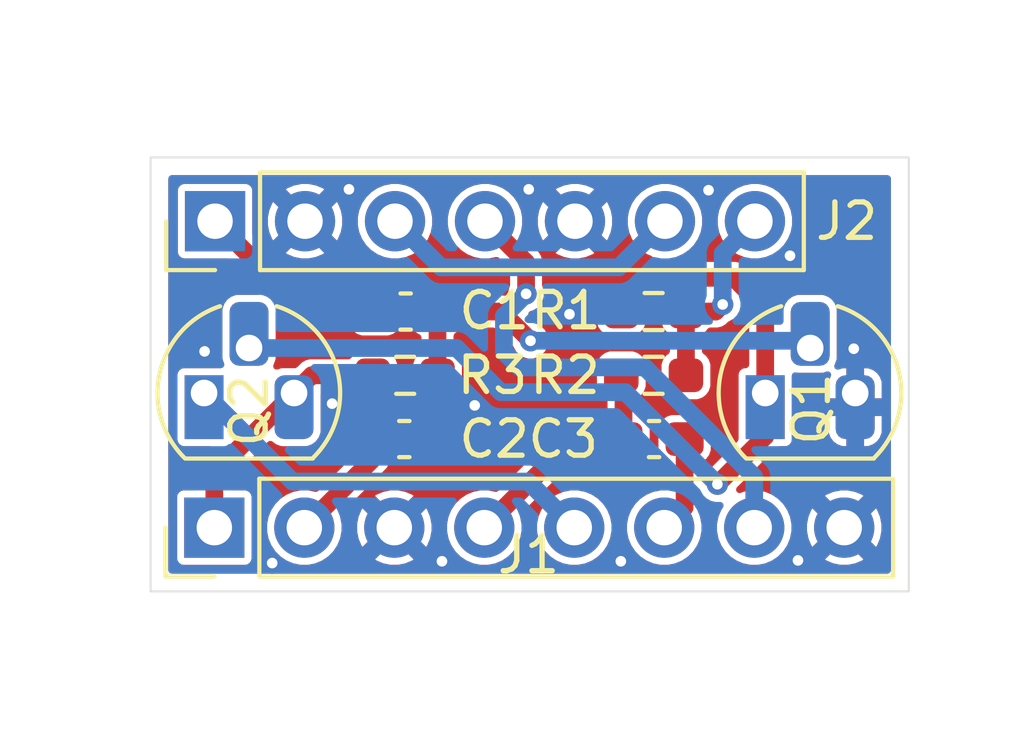
<source format=kicad_pcb>
(kicad_pcb (version 20241229) (generator "pcbnew") (generator_version "9.0")
  (layers (0 "F.Cu" signal) (2 "B.Cu" signal) (13 "F.Paste" user) (15 "B.Paste" user) (5 "F.SilkS" user "F.Silkscreen") (7 "B.SilkS" user "B.Silkscreen") (1 "F.Mask" user) (3 "B.Mask" user) (25 "Edge.Cuts" user))
  (net 0 "")
  (net 1 "GND")
  (net 2 "Net-(Q1-C)")
  (net 3 "Net-(Q1-B)")
  (net 4 "/InputHigh")
  (net 5 "/+9V")
  (net 6 "/20k Pot 1")
  (net 7 "/500k Pot 1")
  (net 8 "/1k Pot 2")
  (net 9 "/1k Pot 1")
  (net 10 "/500k Pot 2")
  (net 11 "/20k Pot 2")
  (net 12 "/9V-GND")
  (footprint "Capacitor_SMD:C_0603_1608Metric_Pad1.08x0.95mm_HandSolder" (layer "F.Cu") (at 55.9 84.85 180)
    (property "Reference" "C1" (at -2.5 0.025 0) (layer "F.SilkS"))
    (property "Value" "2.2uF")
    (fp_line (start -0.146267 0.51) (end 0.146267 0.51) (stroke (width 0.12)) (layer "F.SilkS"))
    (fp_line (start -0.146267 -0.51) (end 0.146267 -0.51) (stroke (width 0.12)) (layer "F.SilkS"))
    (pad "1" smd roundrect (at -0.8625 0 180) (size 1.075 0.95) (layers "F.Cu" "F.Mask" "F.Paste") (net 3 "Net-(Q1-B)"))
    (pad "2" smd roundrect (at 0.8625 0 180) (size 1.075 0.95) (layers "F.Cu" "F.Mask" "F.Paste") (net 4 "/InputHigh"))
  )
  (footprint "Connector_PinHeader_2.54mm:PinHeader_1x08_P2.54mm_Vertical" (layer "F.Cu") (at 50.5 90.95 90)
    (property "Reference" "J1" (at -0.76 8.87 180) (layer "F.SilkS"))
    (property "Value" "Conn_01x08_Pin")
    (fp_line (start -1.38 -1.38) (end 0 -1.38) (stroke (width 0.12)) (layer "F.SilkS"))
    (fp_line (start -1.38 0) (end -1.38 -1.38) (stroke (width 0.12)) (layer "F.SilkS"))
    (fp_line (start 1.38 1.27) (end 1.38 19.16) (stroke (width 0.12)) (layer "F.SilkS"))
    (fp_line (start -1.38 1.27) (end 1.38 1.27) (stroke (width 0.12)) (layer "F.SilkS"))
    (fp_line (start -1.38 1.27) (end -1.38 19.16) (stroke (width 0.12)) (layer "F.SilkS"))
    (fp_line (start -1.38 19.16) (end 1.38 19.16) (stroke (width 0.12)) (layer "F.SilkS"))
    (pad "1" thru_hole rect (at 0 0 90) (size 1.7 1.7) (drill 1) (layers "*.Cu" "*.Mask") (net 9 "/1k Pot 1"))
    (pad "2" thru_hole circle (at 0 2.54 90) (size 1.7 1.7) (drill 1) (layers "*.Cu" "*.Mask") (net 8 "/1k Pot 2"))
    (pad "3" thru_hole circle (at 0 5.08 90) (size 1.7 1.7) (drill 1) (layers "*.Cu" "*.Mask") (net 1 "GND"))
    (pad "4" thru_hole circle (at 0 7.62 90) (size 1.7 1.7) (drill 1) (layers "*.Cu" "*.Mask") (net 6 "/20k Pot 1"))
    (pad "5" thru_hole circle (at 0 10.16 90) (size 1.7 1.7) (drill 1) (layers "*.Cu" "*.Mask") (net 11 "/20k Pot 2"))
    (pad "6" thru_hole circle (at 0 12.7 90) (size 1.7 1.7) (drill 1) (layers "*.Cu" "*.Mask") (net 7 "/500k Pot 1"))
    (pad "7" thru_hole circle (at 0 15.24 90) (size 1.7 1.7) (drill 1) (layers "*.Cu" "*.Mask") (net 10 "/500k Pot 2"))
    (pad "8" thru_hole circle (at 0 17.78 90) (size 1.7 1.7) (drill 1) (layers "*.Cu" "*.Mask") (net 1 "GND"))
  )
  (footprint "Resistor_SMD:R_0603_1608Metric_Pad0.98x0.95mm_HandSolder" (layer "F.Cu") (at 55.8875 86.65 180)
    (property "Reference" "R3" (at -2.4625 0 0) (layer "F.SilkS"))
    (property "Value" "100k")
    (fp_line (start -0.254724 0.5225) (end 0.254724 0.5225) (stroke (width 0.12)) (layer "F.SilkS"))
    (fp_line (start -0.254724 -0.5225) (end 0.254724 -0.5225) (stroke (width 0.12)) (layer "F.SilkS"))
    (pad "1" smd roundrect (at -0.9125 0 180) (size 0.975 0.95) (layers "F.Cu" "F.Mask" "F.Paste") (net 3 "Net-(Q1-B)"))
    (pad "2" smd roundrect (at 0.9125 0 180) (size 0.975 0.95) (layers "F.Cu" "F.Mask" "F.Paste") (net 9 "/1k Pot 1"))
  )
  (footprint "Resistor_SMD:R_0603_1608Metric_Pad0.98x0.95mm_HandSolder" (layer "F.Cu") (at 62.9 86.65 180)
    (property "Reference" "R2" (at 2.5 0 0) (layer "F.SilkS"))
    (property "Value" "1k")
    (fp_line (start -0.254724 0.5225) (end 0.254724 0.5225) (stroke (width 0.12)) (layer "F.SilkS"))
    (fp_line (start -0.254724 -0.5225) (end 0.254724 -0.5225) (stroke (width 0.12)) (layer "F.SilkS"))
    (pad "1" smd roundrect (at -0.9125 0 180) (size 0.975 0.95) (layers "F.Cu" "F.Mask" "F.Paste") (net 12 "/9V-GND"))
    (pad "2" smd roundrect (at 0.9125 0 180) (size 0.975 0.95) (layers "F.Cu" "F.Mask" "F.Paste") (net 6 "/20k Pot 1"))
  )
  (footprint "Connector_PinHeader_2.54mm:PinHeader_1x07_P2.54mm_Vertical" (layer "F.Cu") (at 50.52 82.3 90)
    (property "Reference" "J2" (at 0 17.83 180) (layer "F.SilkS"))
    (property "Value" "Conn_01x07_Pin")
    (fp_line (start -1.38 -1.38) (end 0 -1.38) (stroke (width 0.12)) (layer "F.SilkS"))
    (fp_line (start -1.38 0) (end -1.38 -1.38) (stroke (width 0.12)) (layer "F.SilkS"))
    (fp_line (start 1.38 1.27) (end 1.38 16.62) (stroke (width 0.12)) (layer "F.SilkS"))
    (fp_line (start -1.38 1.27) (end 1.38 1.27) (stroke (width 0.12)) (layer "F.SilkS"))
    (fp_line (start -1.38 1.27) (end -1.38 16.62) (stroke (width 0.12)) (layer "F.SilkS"))
    (fp_line (start -1.38 16.62) (end 1.38 16.62) (stroke (width 0.12)) (layer "F.SilkS"))
    (pad "1" thru_hole rect (at 0 0 90) (size 1.7 1.7) (drill 1) (layers "*.Cu" "*.Mask") (net 4 "/InputHigh"))
    (pad "2" thru_hole circle (at 0 2.54 90) (size 1.7 1.7) (drill 1) (layers "*.Cu" "*.Mask") (net 1 "GND"))
    (pad "3" thru_hole circle (at 0 5.08 90) (size 1.7 1.7) (drill 1) (layers "*.Cu" "*.Mask") (net 5 "/+9V"))
    (pad "4" thru_hole circle (at 0 7.62 90) (size 1.7 1.7) (drill 1) (layers "*.Cu" "*.Mask") (net 10 "/500k Pot 2"))
    (pad "5" thru_hole circle (at 0 10.16 90) (size 1.7 1.7) (drill 1) (layers "*.Cu" "*.Mask") (net 1 "GND"))
    (pad "6" thru_hole circle (at 0 12.7 90) (size 1.7 1.7) (drill 1) (layers "*.Cu" "*.Mask") (net 5 "/+9V"))
    (pad "7" thru_hole circle (at 0 15.24 90) (size 1.7 1.7) (drill 1) (layers "*.Cu" "*.Mask") (net 12 "/9V-GND"))
  )
  (footprint "Capacitor_SMD:C_0603_1608Metric_Pad1.08x0.95mm_HandSolder" (layer "F.Cu") (at 55.8625 88.45)
    (property "Reference" "C2" (at 2.5375 0 0) (layer "F.SilkS"))
    (property "Value" "20uF")
    (fp_line (start -0.146267 -0.51) (end 0.146267 -0.51) (stroke (width 0.12)) (layer "F.SilkS"))
    (fp_line (start -0.146267 0.51) (end 0.146267 0.51) (stroke (width 0.12)) (layer "F.SilkS"))
    (pad "1" smd roundrect (at -0.8625 0) (size 1.075 0.95) (layers "F.Cu" "F.Mask" "F.Paste") (net 8 "/1k Pot 2"))
    (pad "2" smd roundrect (at 0.8625 0) (size 1.075 0.95) (layers "F.Cu" "F.Mask" "F.Paste") (net 1 "GND"))
  )
  (footprint "Capacitor_SMD:C_0603_1608Metric_Pad1.08x0.95mm_HandSolder" (layer "F.Cu") (at 62.9125 88.45)
    (property "Reference" "C3" (at -2.5625 0 0) (layer "F.SilkS"))
    (property "Value" "0.01uF")
    (fp_line (start -0.146267 -0.51) (end 0.146267 -0.51) (stroke (width 0.12)) (layer "F.SilkS"))
    (fp_line (start -0.146267 0.51) (end 0.146267 0.51) (stroke (width 0.12)) (layer "F.SilkS"))
    (pad "1" smd roundrect (at -0.8625 0) (size 1.075 0.95) (layers "F.Cu" "F.Mask" "F.Paste") (net 6 "/20k Pot 1"))
    (pad "2" smd roundrect (at 0.8625 0) (size 1.075 0.95) (layers "F.Cu" "F.Mask" "F.Paste") (net 7 "/500k Pot 1"))
  )
  (footprint "Resistor_SMD:R_0603_1608Metric_Pad0.98x0.95mm_HandSolder" (layer "F.Cu") (at 62.9 84.85 180)
    (property "Reference" "R1" (at 2.475 0.025 0) (layer "F.SilkS"))
    (property "Value" "33k")
    (fp_line (start -0.254724 0.5225) (end 0.254724 0.5225) (stroke (width 0.12)) (layer "F.SilkS"))
    (fp_line (start -0.254724 -0.5225) (end 0.254724 -0.5225) (stroke (width 0.12)) (layer "F.SilkS"))
    (pad "1" smd roundrect (at -0.9125 0 180) (size 0.975 0.95) (layers "F.Cu" "F.Mask" "F.Paste") (net 12 "/9V-GND"))
    (pad "2" smd roundrect (at 0.9125 0 180) (size 0.975 0.95) (layers "F.Cu" "F.Mask" "F.Paste") (net 2 "Net-(Q1-C)"))
  )
  (footprint "Package_TO_SOT_THT:TO-92_HandSolder" (layer "F.Cu") (at 50.21 87.15)
    (property "Reference" "Q2" (at 1.27 0.5 90) (layer "F.SilkS"))
    (property "Value" "2N3904")
    (fp_line (start -0.53 1.85) (end 3.07 1.85) (stroke (width 0.12)) (layer "F.SilkS"))
    (fp_arc (start -0.541875 1.841741) (mid -1.247231 -0.581764) (end 0.45 -2.45) (stroke (width 0.12)) (layer "F.SilkS"))
    (fp_arc (start 2.05 -2.45) (mid 3.769931 -0.601036) (end 3.078445 1.827684) (stroke (width 0.12)) (layer "F.SilkS"))
    (pad "1" thru_hole rect (at 0 0) (size 1.1 1.8) (drill 0.75 (offset 0 0.4)) (layers "*.Cu" "*.Mask") (net 11 "/20k Pot 2"))
    (pad "2" thru_hole roundrect (at 1.27 -1.27) (size 1.1 1.8) (drill 0.75 (offset 0 -0.4)) (layers "*.Cu" "*.Mask") (net 2 "Net-(Q1-C)"))
    (pad "3" thru_hole roundrect (at 2.54 0) (size 1.1 1.8) (drill 0.75 (offset 0 0.4)) (layers "*.Cu" "*.Mask") (net 9 "/1k Pot 1"))
  )
  (footprint "Package_TO_SOT_THT:TO-92_HandSolder" (layer "F.Cu") (at 66.05 87.15)
    (property "Reference" "Q1" (at 1.3 0.45 90) (layer "F.SilkS"))
    (property "Value" "2N3904")
    (fp_line (start -0.53 1.85) (end 3.07 1.85) (stroke (width 0.12)) (layer "F.SilkS"))
    (fp_arc (start -0.541875 1.841741) (mid -1.247231 -0.581764) (end 0.45 -2.45) (stroke (width 0.12)) (layer "F.SilkS"))
    (fp_arc (start 2.05 -2.45) (mid 3.769931 -0.601036) (end 3.078445 1.827684) (stroke (width 0.12)) (layer "F.SilkS"))
    (pad "1" thru_hole rect (at 0 0) (size 1.1 1.8) (drill 0.75 (offset 0 0.4)) (layers "*.Cu" "*.Mask") (net 2 "Net-(Q1-C)"))
    (pad "2" thru_hole roundrect (at 1.27 -1.27) (size 1.1 1.8) (drill 0.75 (offset 0 -0.4)) (layers "*.Cu" "*.Mask") (net 3 "Net-(Q1-B)"))
    (pad "3" thru_hole roundrect (at 2.54 0) (size 1.1 1.8) (drill 0.75 (offset 0 0.4)) (layers "*.Cu" "*.Mask") (net 1 "GND"))
  )
  (gr_rect (start 48.7 80.5) (end 70.1 92.75) (stroke (width 0.05)) (fill no) (layer "Edge.Cuts"))
  (via (at 56.925 91.9) (size 0.6) (drill 0.3) (layers "F.Cu" "B.Cu") (net 1))
  (via (at 59.375 81.4) (size 0.6) (drill 0.3) (layers "F.Cu" "B.Cu") (net 1))
  (via (at 68.55 85.9) (size 0.6) (drill 0.3) (layers "F.Cu" "B.Cu") (net 1))
  (via (at 61.975 91.9) (size 0.6) (drill 0.3) (layers "F.Cu" "B.Cu") (net 1))
  (via (at 66.75 83.275) (size 0.6) (drill 0.3) (layers "F.Cu" "B.Cu") (net 1))
  (via (at 50.225 85.975) (size 0.6) (drill 0.3) (layers "F.Cu" "B.Cu") (net 1))
  (via (at 53.825 87.45) (size 0.6) (drill 0.3) (layers "F.Cu" "B.Cu") (net 1))
  (via (at 57.85 87.5) (size 0.6) (drill 0.3) (layers "F.Cu" "B.Cu") (net 1))
  (via (at 66.975 91.875) (size 0.6) (drill 0.3) (layers "F.Cu" "B.Cu") (net 1))
  (via (at 52.133081 91.95) (size 0.6) (drill 0.3) (layers "F.Cu" "B.Cu") (net 1))
  (via (at 54.3 81.4) (size 0.6) (drill 0.3) (layers "F.Cu" "B.Cu") (net 1))
  (via (at 60.525 84.925) (size 0.6) (drill 0.3) (layers "F.Cu" "B.Cu") (net 1))
  (via (at 64.45 81.425) (size 0.6) (drill 0.3) (layers "F.Cu" "B.Cu") (net 1))
  (segment (start 65.161075 83.899) (end 62.9385 83.899) (width 0.5) (layer "F.Cu") (net 2))
  (segment (start 66.05 88.375) (end 66.05 87.15) (width 0.5) (layer "F.Cu") (net 2))
  (segment (start 66.05 84.787925) (end 65.161075 83.899) (width 0.5) (layer "F.Cu") (net 2))
  (segment (start 62.9385 83.899) (end 61.9875 84.85) (width 0.5) (layer "F.Cu") (net 2))
  (segment (start 66.05 87.15) (end 66.05 84.787925) (width 0.5) (layer "F.Cu") (net 2))
  (segment (start 64.7 89.725) (end 66.05 88.375) (width 0.5) (layer "F.Cu") (net 2))
  (via (at 64.7 89.725) (size 0.6) (drill 0.3) (layers "F.Cu" "B.Cu") (net 2))
  (segment (start 51.48 85.88) (end 57.340108 85.88) (width 0.5) (layer "B.Cu") (net 2))
  (segment (start 58.587108 87.127) (end 62.102 87.127) (width 0.5) (layer "B.Cu") (net 2))
  (segment (start 62.102 87.127) (end 64.7 89.725) (width 0.5) (layer "B.Cu") (net 2))
  (segment (start 57.340108 85.88) (end 58.587108 87.127) (width 0.5) (layer "B.Cu") (net 2))
  (segment (start 56.8 86.65) (end 56.8 84.8875) (width 0.5) (layer "F.Cu") (net 3))
  (segment (start 58.6 84.85) (end 59.425 85.675) (width 0.5) (layer "F.Cu") (net 3))
  (segment (start 56.8 84.8875) (end 56.7625 84.85) (width 0.5) (layer "F.Cu") (net 3))
  (segment (start 56.7625 84.85) (end 58.6 84.85) (width 0.5) (layer "F.Cu") (net 3))
  (via (at 59.425 85.675) (size 0.6) (drill 0.3) (layers "F.Cu" "B.Cu") (net 3))
  (segment (start 59.425 85.675) (end 67.115 85.675) (width 0.5) (layer "B.Cu") (net 3))
  (segment (start 67.115 85.675) (end 67.32 85.88) (width 0.5) (layer "B.Cu") (net 3))
  (segment (start 55.175 84.85) (end 55.25 84.775) (width 0.5) (layer "F.Cu") (net 4))
  (segment (start 53.07 84.85) (end 55.0375 84.85) (width 0.5) (layer "F.Cu") (net 4))
  (segment (start 55.0375 84.85) (end 55.175 84.85) (width 0.5) (layer "F.Cu") (net 4))
  (segment (start 50.52 82.3) (end 53.07 84.85) (width 0.5) (layer "F.Cu") (net 4))
  (segment (start 61.919 83.601) (end 63.22 82.3) (width 0.5) (layer "B.Cu") (net 5))
  (segment (start 56.901 83.601) (end 61.919 83.601) (width 0.5) (layer "B.Cu") (net 5))
  (segment (start 55.6 82.3) (end 56.901 83.601) (width 0.5) (layer "B.Cu") (net 5))
  (segment (start 62.05 86.7125) (end 61.9875 86.65) (width 0.5) (layer "F.Cu") (net 6))
  (segment (start 62.05 88.45) (end 62.05 86.7125) (width 0.5) (layer "F.Cu") (net 6))
  (segment (start 60.62 88.45) (end 58.12 90.95) (width 0.5) (layer "F.Cu") (net 6))
  (segment (start 62.05 88.45) (end 60.62 88.45) (width 0.5) (layer "F.Cu") (net 6))
  (segment (start 63.775 90.375) (end 63.2 90.95) (width 0.5) (layer "F.Cu") (net 7))
  (segment (start 63.775 88.45) (end 63.775 90.375) (width 0.5) (layer "F.Cu") (net 7))
  (segment (start 55 88.45) (end 55 88.99) (width 0.5) (layer "F.Cu") (net 8))
  (segment (start 55 88.99) (end 53.04 90.95) (width 0.5) (layer "F.Cu") (net 8))
  (segment (start 50.5 89.4) (end 52.75 87.15) (width 0.5) (layer "F.Cu") (net 9))
  (segment (start 54.975 86.65) (end 53.25 86.65) (width 0.5) (layer "F.Cu") (net 9))
  (segment (start 53.25 86.65) (end 52.75 87.15) (width 0.5) (layer "F.Cu") (net 9))
  (segment (start 50.5 90.95) (end 50.5 89.4) (width 0.5) (layer "F.Cu") (net 9))
  (segment (start 59.3 83.46) (end 58.14 82.3) (width 0.5) (layer "F.Cu") (net 10))
  (segment (start 59.3 84.351) (end 59.3 83.46) (width 0.5) (layer "F.Cu") (net 10))
  (via (at 59.3 84.351) (size 0.6) (drill 0.3) (layers "F.Cu" "B.Cu") (net 10))
  (segment (start 59.113925 86.426) (end 58.675 85.987075) (width 0.5) (layer "B.Cu") (net 10))
  (segment (start 58.675 85.987075) (end 58.675 84.976) (width 0.5) (layer "B.Cu") (net 10))
  (segment (start 65.74 90.95) (end 65.74 89.515) (width 0.5) (layer "B.Cu") (net 10))
  (segment (start 65.74 89.515) (end 62.651 86.426) (width 0.5) (layer "B.Cu") (net 10))
  (segment (start 62.651 86.426) (end 59.113925 86.426) (width 0.5) (layer "B.Cu") (net 10))
  (segment (start 58.675 84.976) (end 59.3 84.351) (width 0.5) (layer "B.Cu") (net 10))
  (segment (start 52.709 89.649) (end 50.21 87.15) (width 0.5) (layer "B.Cu") (net 11))
  (segment (start 60.66 90.95) (end 59.359 89.649) (width 0.5) (layer "B.Cu") (net 11))
  (segment (start 59.359 89.649) (end 52.709 89.649) (width 0.5) (layer "B.Cu") (net 11))
  (segment (start 63.8125 84.85) (end 63.8125 86.65) (width 0.5) (layer "F.Cu") (net 12))
  (segment (start 63.8125 84.85) (end 64.65 84.85) (width 0.5) (layer "F.Cu") (net 12))
  (segment (start 64.65 84.85) (end 64.85 84.65) (width 0.5) (layer "F.Cu") (net 12))
  (via (at 64.85 84.65) (size 0.6) (drill 0.3) (layers "F.Cu" "B.Cu") (net 12))
  (segment (start 64.85 84.65) (end 64.85 83.21) (width 0.5) (layer "B.Cu") (net 12))
  (segment (start 64.85 83.21) (end 65.76 82.3) (width 0.5) (layer "B.Cu") (net 12))
  (zone (net 1) (net_name "GND") (layer "F.Cu") (connect_pads (clearance 0.2)) (min_thickness 0.2) (fill yes (thermal_gap 0.2) (thermal_bridge_width 0.5))
    (polygon (pts (xy 44.515337 77.294644) (xy 73.167405 77.244562) (xy 73.3595 97.389362) (xy 44.449861 97.156582)))
  )
  (zone (net 1) (net_name "GND") (layer "B.Cu") (priority 1) (connect_pads (clearance 0.2)) (min_thickness 0.2) (fill yes (thermal_gap 0.2) (thermal_bridge_width 0.5))
    (polygon (pts (xy 45.203748 77.713792) (xy 72.769014 77.258846) (xy 73.065967 96.65) (xy 45.467623 96.65)))
  )
)
</source>
